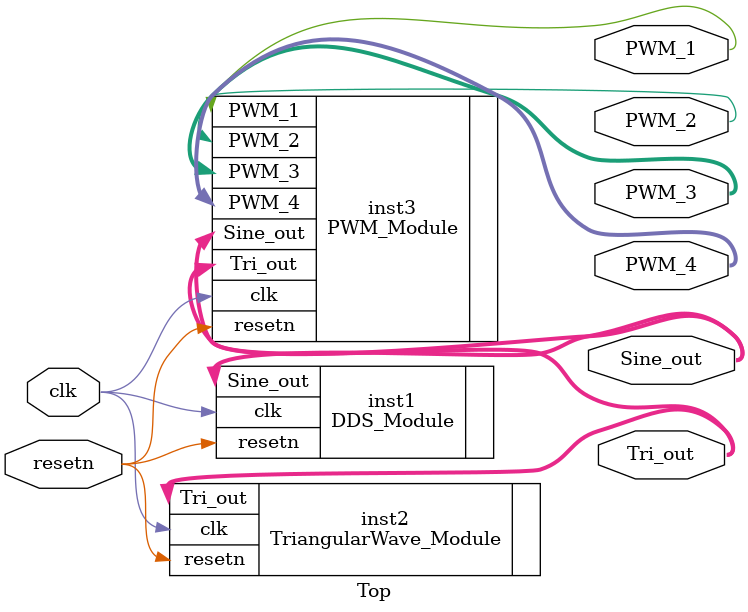
<source format=v>
`timescale 1ns / 1ps

module Top(
    input  clk, 
    input  resetn,
    output signed [15:0] Sine_out,
    output signed [16:0] Tri_out,
    output PWM_1, PWM_2,
    output signed [3:0] PWM_3,
    output signed [3:0] PWM_4
    );

    DDS_Module inst1 (
        .clk(clk),
        .resetn(resetn),
        .Sine_out(Sine_out)
    );
    
    TriangularWave_Module inst2 (
        .clk(clk),
        .resetn(resetn),
        .Tri_out(Tri_out)
    );
    
    PWM_Module inst3 (
        .clk(clk),
        .resetn(resetn),
        .Sine_out(Sine_out),
        .Tri_out(Tri_out),
        .PWM_1(PWM_1),
        .PWM_2(PWM_2),
        .PWM_3(PWM_3),
        .PWM_4(PWM_4)
    );
    
endmodule

</source>
